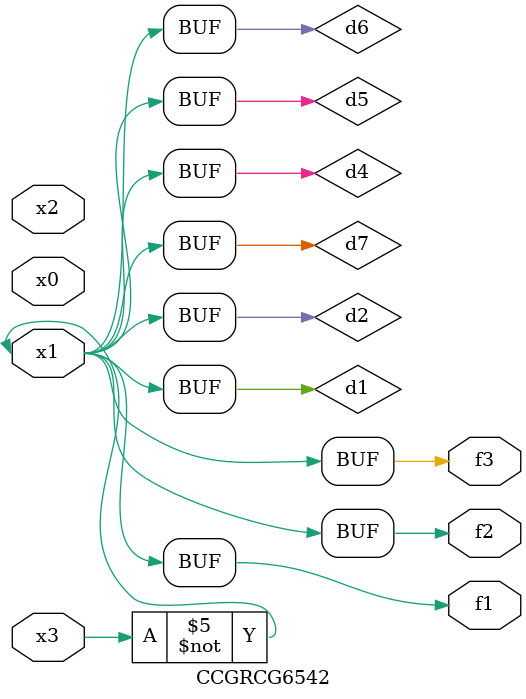
<source format=v>
module CCGRCG6542(
	input x0, x1, x2, x3,
	output f1, f2, f3
);

	wire d1, d2, d3, d4, d5, d6, d7;

	not (d1, x3);
	buf (d2, x1);
	xnor (d3, d1, d2);
	nor (d4, d1);
	buf (d5, d1, d2);
	buf (d6, d4, d5);
	nand (d7, d4);
	assign f1 = d6;
	assign f2 = d7;
	assign f3 = d6;
endmodule

</source>
